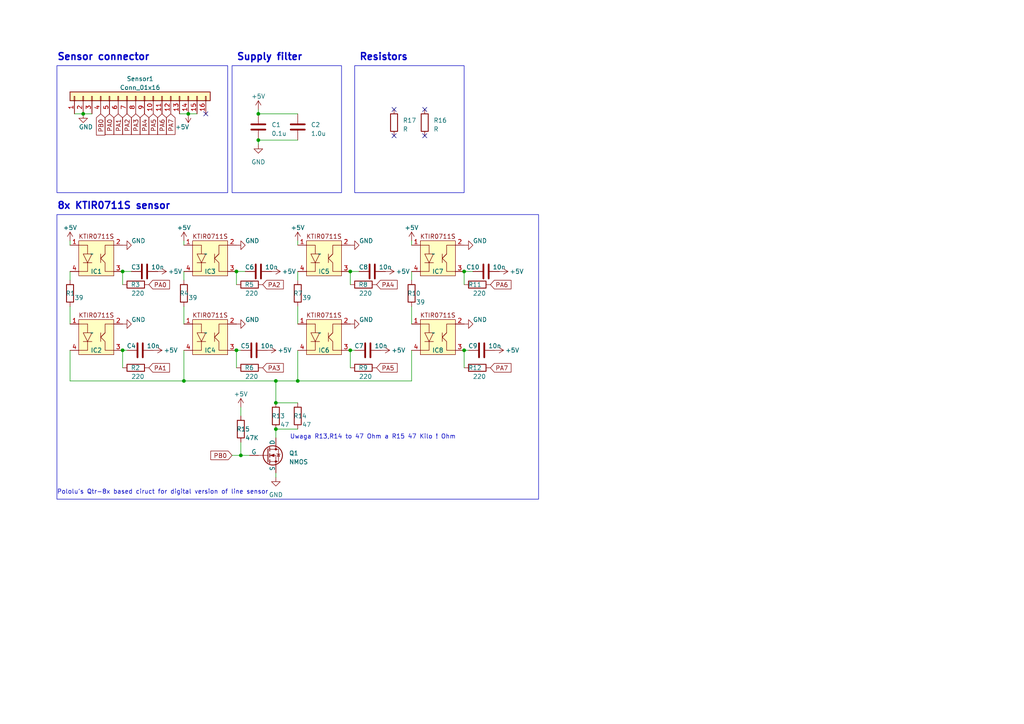
<source format=kicad_sch>
(kicad_sch (version 20230121) (generator eeschema)
  (paper "A4")
  (lib_symbols
    (symbol "Connector_Generic:Conn_01x16" (pin_names (offset 1.016) hide)
      (property "Reference" "J" (at 0 20.32 0))
      (property "Value" "Conn_01x16" (at 0 -22.86 0))
      (symbol "Conn_01x16_1_1"
        (rectangle (start -1.27 -20.193) (end 0 -20.447) (stroke (width 0.1524)))
        (rectangle (start -1.27 -17.653) (end 0 -17.907) (stroke (width 0.1524)))
        (rectangle (start -1.27 -15.113) (end 0 -15.367) (stroke (width 0.1524)))
        (rectangle (start -1.27 -12.573) (end 0 -12.827) (stroke (width 0.1524)))
        (rectangle (start -1.27 -10.033) (end 0 -10.287) (stroke (width 0.1524)))
        (rectangle (start -1.27 -7.493) (end 0 -7.747) (stroke (width 0.1524)))
        (rectangle (start -1.27 -4.953) (end 0 -5.207) (stroke (width 0.1524)))
        (rectangle (start -1.27 -2.413) (end 0 -2.667) (stroke (width 0.1524)))
        (rectangle (start -1.27 0.127) (end 0 -0.127) (stroke (width 0.1524)))
        (rectangle (start -1.27 2.667) (end 0 2.413) (stroke (width 0.1524)))
        (rectangle (start -1.27 5.207) (end 0 4.953) (stroke (width 0.1524)))
        (rectangle (start -1.27 7.747) (end 0 7.493) (stroke (width 0.1524)))
        (rectangle (start -1.27 10.287) (end 0 10.033) (stroke (width 0.1524)))
        (rectangle (start -1.27 12.827) (end 0 12.573) (stroke (width 0.1524)))
        (rectangle (start -1.27 15.367) (end 0 15.113) (stroke (width 0.1524)))
        (rectangle (start -1.27 17.907) (end 0 17.653) (stroke (width 0.1524)))
        (rectangle (start -1.27 19.05) (end 1.27 -21.59) (stroke (width 0.254)) (fill (type background)))
        (pin passive line (at -5.08 17.78 0) (length 3.81) (name "Pin_1") (number "1"))
        (pin passive line (at -5.08 -5.08 0) (length 3.81) (name "Pin_10") (number "10"))
        (pin passive line (at -5.08 -7.62 0) (length 3.81) (name "Pin_11") (number "11"))
        (pin passive line (at -5.08 -10.16 0) (length 3.81) (name "Pin_12") (number "12"))
        (pin passive line (at -5.08 -12.7 0) (length 3.81) (name "Pin_13") (number "13"))
        (pin passive line (at -5.08 -15.24 0) (length 3.81) (name "Pin_14") (number "14"))
        (pin passive line (at -5.08 -17.78 0) (length 3.81) (name "Pin_15") (number "15"))
        (pin passive line (at -5.08 -20.32 0) (length 3.81) (name "Pin_16") (number "16"))
        (pin passive line (at -5.08 15.24 0) (length 3.81) (name "Pin_2") (number "2"))
        (pin passive line (at -5.08 12.7 0) (length 3.81) (name "Pin_3") (number "3"))
        (pin passive line (at -5.08 10.16 0) (length 3.81) (name "Pin_4") (number "4"))
        (pin passive line (at -5.08 7.62 0) (length 3.81) (name "Pin_5") (number "5"))
        (pin passive line (at -5.08 5.08 0) (length 3.81) (name "Pin_6") (number "6"))
        (pin passive line (at -5.08 2.54 0) (length 3.81) (name "Pin_7") (number "7"))
        (pin passive line (at -5.08 0 0) (length 3.81) (name "Pin_8") (number "8"))
        (pin passive line (at -5.08 -2.54 0) (length 3.81) (name "Pin_9") (number "9"))
      )
    )
    (symbol "Device:C" (pin_numbers hide) (pin_names (offset 0.254))
      (property "Reference" "C" (at 0.635 2.54 0))
      (property "Value" "C" (at 0.635 -2.54 0))
      (symbol "C_0_1"
        (polyline (pts (xy -2.032 -0.762) (xy 2.032 -0.762)) (stroke (width 0.508)))
        (polyline (pts (xy -2.032 0.762) (xy 2.032 0.762)) (stroke (width 0.508)))
      )
      (symbol "C_1_1"
        (pin passive line (at 0 3.81 270) (length 2.794) (name "~") (number "1"))
        (pin passive line (at 0 -3.81 90) (length 2.794) (name "~") (number "2"))
      )
    )
    (symbol "Device:R" (pin_numbers hide) (pin_names (offset 0))
      (property "Reference" "R" (at 2.032 0 90))
      (property "Value" "R" (at 0 0 90))
      (symbol "R_0_1"
        (rectangle (start -1.016 -2.54) (end 1.016 2.54) (stroke (width 0.254)))
      )
      (symbol "R_1_1"
        (pin passive line (at 0 3.81 270) (length 1.27) (name "~") (number "1"))
        (pin passive line (at 0 -3.81 90) (length 1.27) (name "~") (number "2"))
      )
    )
    (symbol "Sensor_KTIR0711S:KTIR0711S"
      (property "Reference" "IC" (at 1.27 2.54 0))
      (symbol "KTIR0711S_1_1"
        (rectangle (start -3.81 3.81) (end 6.35 -6.35) (fill (type background)))
        (polyline (pts (xy -3.81 -5.08) (xy -1.27 -5.08)))
        (polyline (pts (xy -3.81 2.54) (xy -1.27 2.54)))
        (polyline (pts (xy 2.54 -1.27) (xy 2.54 0) (xy 2.54 -2.54) (xy 2.54 -1.27) (xy 3.81 0)))
        (polyline (pts (xy 6.35 -5.08) (xy 3.81 -5.08) (xy 3.81 -2.54) (xy 2.54 -1.27) (xy 3.81 0) (xy 3.81 2.54) (xy 6.35 2.54)))
        (polyline (pts (xy -1.27 2.54) (xy -1.27 0) (xy -2.54 0) (xy 0 0) (xy -1.27 -2.54) (xy -2.54 0) (xy -1.27 -2.54) (xy -2.54 -2.54) (xy 0 -2.54) (xy -1.27 -2.54) (xy -1.27 -5.08)))
        (text "KTIR0711S" (at 1.27 5.08 0) (effects (font (size 1.27 1.27))))
        (pin input line (at -6.35 2.54 0) (length 2.54) (name "") (number "1"))
        (pin input line (at 8.89 2.54 180) (length 2.54) (name "") (number "2"))
        (pin input line (at 8.89 -5.08 180) (length 2.54) (name "") (number "3"))
        (pin input line (at -6.35 -5.08 0) (length 2.54) (name "") (number "4"))
      )
    )
    (symbol "Simulation_SPICE:NMOS" (pin_numbers hide) (pin_names (offset 0))
      (property "Reference" "Q" (at 5.08 1.27 0))
      (property "Value" "NMOS" (at 5.08 -1.27 0))
      (symbol "NMOS_0_1"
        (polyline (pts (xy 0.254 0) (xy -2.54 0)))
        (polyline (pts (xy 0.254 1.905) (xy 0.254 -1.905)) (stroke (width 0.254)))
        (polyline (pts (xy 0.762 -1.27) (xy 0.762 -2.286)) (stroke (width 0.254)))
        (polyline (pts (xy 0.762 0.508) (xy 0.762 -0.508)) (stroke (width 0.254)))
        (polyline (pts (xy 0.762 2.286) (xy 0.762 1.27)) (stroke (width 0.254)))
        (polyline (pts (xy 2.54 2.54) (xy 2.54 1.778)))
        (polyline (pts (xy 2.54 -2.54) (xy 2.54 0) (xy 0.762 0)))
        (polyline (pts (xy 0.762 -1.778) (xy 3.302 -1.778) (xy 3.302 1.778) (xy 0.762 1.778)))
        (polyline (pts (xy 1.016 0) (xy 2.032 0.381) (xy 2.032 -0.381) (xy 1.016 0)) (fill (type outline)))
        (polyline (pts (xy 2.794 0.508) (xy 2.921 0.381) (xy 3.683 0.381) (xy 3.81 0.254)))
        (polyline (pts (xy 3.302 0.381) (xy 2.921 -0.254) (xy 3.683 -0.254) (xy 3.302 0.381)))
        (circle (center 1.651 0) (radius 2.794) (stroke (width 0.254)))
        (circle (center 2.54 -1.778) (radius 0.254) (fill (type outline)))
        (circle (center 2.54 1.778) (radius 0.254) (fill (type outline)))
      )
      (symbol "NMOS_1_1"
        (pin passive line (at 2.54 5.08 270) (length 2.54) (name "D") (number "1"))
        (pin input line (at -5.08 0 0) (length 2.54) (name "G") (number "2"))
        (pin passive line (at 2.54 -5.08 90) (length 2.54) (name "S") (number "3"))
      )
    )
    (symbol "power:+5V" (power) (pin_names (offset 0))
      (property "Value" "+5V" (at 0 3.556 0))
      (symbol "+5V_0_1"
        (polyline (pts (xy -0.762 1.27) (xy 0 2.54)))
        (polyline (pts (xy 0 0) (xy 0 2.54)))
        (polyline (pts (xy 0 2.54) (xy 0.762 1.27)))
      )
      (symbol "+5V_1_1"
        (pin power_in line (at 0 0 90) (length 0) hide (name "+5V") (number "1"))
      )
    )
    (symbol "power:GND" (power) (pin_names (offset 0))
      (property "Value" "GND" (at 0 -3.81 0))
      (symbol "GND_0_1"
        (polyline (pts (xy 0 0) (xy 0 -1.27) (xy 1.27 -1.27) (xy 0 -2.54) (xy -1.27 -1.27) (xy 0 -1.27)))
      )
      (symbol "GND_1_1"
        (pin power_in line (at 0 0 270) (length 0) hide (name "GND") (number "1"))
      )
    )
  )
  (junction (at 80.01 110.49))
  (junction (at 80.01 124.46))
  (junction (at 86.36 110.49))
  (junction (at 101.6 101.6))
  (junction (at 35.56 78.74))
  (junction (at 134.62 101.6))
  (junction (at 35.56 101.6))
  (junction (at 68.58 101.6))
  (junction (at 74.93 40.64))
  (junction (at 74.93 33.02))
  (junction (at 80.01 116.84))
  (junction (at 54.61 33.02))
  (junction (at 53.34 110.49))
  (junction (at 68.58 78.74))
  (junction (at 101.6 78.74))
  (junction (at 69.85 132.08))
  (junction (at 24.13 33.02))
  (junction (at 134.62 78.74))
  (no_connect (at 59.69 33.02))
  (no_connect (at 123.19 39.37))
  (no_connect (at 114.3 31.75))
  (no_connect (at 114.3 39.37))
  (no_connect (at 123.19 31.75))
  (wire (pts (xy 119.38 110.49) (xy 86.36 110.49)))
  (wire (pts (xy 68.58 106.68) (xy 68.58 101.6)))
  (wire (pts (xy 57.15 33.02) (xy 54.61 33.02)))
  (wire (pts (xy 35.56 78.74) (xy 38.1 78.74)))
  (wire (pts (xy 101.6 78.74) (xy 104.14 78.74)))
  (wire (pts (xy 86.36 101.6) (xy 86.36 110.49)))
  (wire (pts (xy 68.58 78.74) (xy 71.12 78.74)))
  (wire (pts (xy 67.31 132.08) (xy 69.85 132.08)))
  (wire (pts (xy 35.56 82.55) (xy 35.56 78.74)))
  (wire (pts (xy 53.34 88.9) (xy 53.34 93.98)))
  (wire (pts (xy 80.01 138.43) (xy 80.01 137.16)))
  (wire (pts (xy 69.85 118.11) (xy 69.85 120.65)))
  (wire (pts (xy 53.34 101.6) (xy 53.34 110.49)))
  (wire (pts (xy 26.67 33.02) (xy 24.13 33.02)))
  (wire (pts (xy 69.85 101.6) (xy 68.58 101.6)))
  (wire (pts (xy 53.34 69.85) (xy 53.34 71.12)))
  (wire (pts (xy 119.38 88.9) (xy 119.38 93.98)))
  (wire (pts (xy 119.38 78.74) (xy 119.38 81.28)))
  (wire (pts (xy 74.93 31.75) (xy 74.93 33.02)))
  (wire (pts (xy 20.32 110.49) (xy 53.34 110.49)))
  (wire (pts (xy 80.01 116.84) (xy 86.36 116.84)))
  (wire (pts (xy 134.62 78.74) (xy 137.16 78.74)))
  (wire (pts (xy 20.32 78.74) (xy 20.32 81.28)))
  (wire (pts (xy 74.93 33.02) (xy 86.36 33.02)))
  (wire (pts (xy 86.36 69.85) (xy 86.36 71.12)))
  (wire (pts (xy 86.36 88.9) (xy 86.36 93.98)))
  (wire (pts (xy 69.85 132.08) (xy 72.39 132.08)))
  (wire (pts (xy 74.93 40.64) (xy 86.36 40.64)))
  (wire (pts (xy 20.32 88.9) (xy 20.32 93.98)))
  (wire (pts (xy 86.36 78.74) (xy 86.36 81.28)))
  (wire (pts (xy 80.01 124.46) (xy 80.01 127)))
  (wire (pts (xy 68.58 82.55) (xy 68.58 78.74)))
  (wire (pts (xy 80.01 110.49) (xy 80.01 116.84)))
  (wire (pts (xy 53.34 78.74) (xy 53.34 81.28)))
  (wire (pts (xy 35.56 106.68) (xy 35.56 101.6)))
  (wire (pts (xy 53.34 110.49) (xy 80.01 110.49)))
  (wire (pts (xy 52.07 33.02) (xy 54.61 33.02)))
  (wire (pts (xy 86.36 110.49) (xy 80.01 110.49)))
  (wire (pts (xy 36.83 101.6) (xy 35.56 101.6)))
  (wire (pts (xy 101.6 82.55) (xy 101.6 78.74)))
  (wire (pts (xy 135.89 101.6) (xy 134.62 101.6)))
  (wire (pts (xy 69.85 128.27) (xy 69.85 132.08)))
  (wire (pts (xy 74.93 40.64) (xy 74.93 41.91)))
  (wire (pts (xy 21.59 33.02) (xy 24.13 33.02)))
  (wire (pts (xy 119.38 69.85) (xy 119.38 71.12)))
  (wire (pts (xy 20.32 69.85) (xy 20.32 71.12)))
  (wire (pts (xy 20.32 101.6) (xy 20.32 110.49)))
  (wire (pts (xy 134.62 82.55) (xy 134.62 78.74)))
  (wire (pts (xy 102.87 101.6) (xy 101.6 101.6)))
  (wire (pts (xy 119.38 101.6) (xy 119.38 110.49)))
  (wire (pts (xy 134.62 106.68) (xy 134.62 101.6)))
  (wire (pts (xy 101.6 106.68) (xy 101.6 101.6)))
  (wire (pts (xy 80.01 124.46) (xy 86.36 124.46)))
  (rectangle (start 67.31 19.05) (end 99.06 55.88))
  (rectangle (start 16.51 62.23) (end 156.21 144.78))
  (rectangle (start 16.51 19.05) (end 66.04 55.88))
  (rectangle (start 102.87 19.05) (end 134.62 55.88))
  (text "Uwaga R13,R14 to 47 Ohm a R15 47 Kilo ! Ohm" (at 84.074 127.508 0) (effects (font (size 1.27 1.27)) (justify left bottom)))
  (text "Sensor connector" (at 16.51 17.78 0) (effects (font (size 2.0066 2.0066) (thickness 0.4013) bold) (justify left bottom)))
  (text "8x KTIR0711S sensor" (at 16.51 60.96 0) (effects (font (size 2.0066 2.0066) (thickness 0.4013) bold) (justify left bottom)))
  (text "Supply filter" (at 68.58 17.78 0) (effects (font (size 2.0066 2.0066) (thickness 0.4013) bold) (justify left bottom)))
  (text "Resistors" (at 104.14 17.78 0) (effects (font (size 2.0066 2.0066) (thickness 0.4013) bold) (justify left bottom)))
  (text "Pololu's Qtr-8x based ciruct for digital version of line sensor" (at 16.51 143.51 0) (effects (font (size 1.27 1.27)) (justify left bottom)))
  (global_label "PA0" (shape input) (at 31.75 33.02 270) (property "Intersheetrefs" "${INTERSHEET_REFS}" (effects hide)))
  (global_label "PA7" (shape input) (at 49.53 33.02 270) (property "Intersheetrefs" "${INTERSHEET_REFS}" (effects hide)))
  (global_label "PA5" (shape input) (at 109.22 106.68 0) (property "Intersheetrefs" "${INTERSHEET_REFS}" (effects hide)))
  (global_label "PA6" (shape input) (at 46.99 33.02 270) (property "Intersheetrefs" "${INTERSHEET_REFS}" (effects hide)))
  (global_label "PA3" (shape input) (at 39.37 33.02 270) (property "Intersheetrefs" "${INTERSHEET_REFS}" (effects hide)))
  (global_label "PA2" (shape input) (at 36.83 33.02 270) (property "Intersheetrefs" "${INTERSHEET_REFS}" (effects hide)))
  (global_label "PA3" (shape input) (at 76.2 106.68 0) (property "Intersheetrefs" "${INTERSHEET_REFS}" (effects hide)))
  (global_label "PA4" (shape input) (at 41.91 33.02 270) (property "Intersheetrefs" "${INTERSHEET_REFS}" (effects hide)))
  (global_label "PB0" (shape input) (at 67.31 132.08 180) (property "Intersheetrefs" "${INTERSHEET_REFS}" (effects hide)))
  (global_label "PA0" (shape input) (at 43.18 82.55 0) (property "Intersheetrefs" "${INTERSHEET_REFS}" (effects hide)))
  (global_label "PA1" (shape input) (at 43.18 106.68 0) (property "Intersheetrefs" "${INTERSHEET_REFS}" (effects hide)))
  (global_label "PA6" (shape input) (at 142.24 82.55 0) (property "Intersheetrefs" "${INTERSHEET_REFS}" (effects hide)))
  (global_label "PA7" (shape input) (at 142.24 106.68 0) (property "Intersheetrefs" "${INTERSHEET_REFS}" (effects hide)))
  (global_label "PA2" (shape input) (at 76.2 82.55 0) (property "Intersheetrefs" "${INTERSHEET_REFS}" (effects hide)))
  (global_label "PB0" (shape input) (at 29.21 33.02 270) (property "Intersheetrefs" "${INTERSHEET_REFS}" (effects hide)))
  (global_label "PA5" (shape input) (at 44.45 33.02 270) (property "Intersheetrefs" "${INTERSHEET_REFS}" (effects hide)))
  (global_label "PA1" (shape input) (at 34.29 33.02 270) (property "Intersheetrefs" "${INTERSHEET_REFS}" (effects hide)))
  (global_label "PA4" (shape input) (at 109.22 82.55 0) (property "Intersheetrefs" "${INTERSHEET_REFS}" (effects hide)))
  (symbol (lib_id "power:+5V") (at 69.85 118.11 0) (unit 1)
    (property "Reference" "#PWR025" (effects hide))
    (property "Value" "+5V" (at 69.85 114.3 0))
  )
  (symbol (lib_id "Connector_Generic:Conn_01x16") (at 39.37 27.94 90) (unit 1)
    (property "Reference" "Sensor1" (at 40.64 22.86 90))
    (property "Value" "Conn_01x16" (at 40.64 25.4 90))
    (property "Footprint" "Connector_FFC-FPC:Molex_200528-0160_1x16-1MP_P1.00mm_Horizontal" (effects hide))
  )
  (symbol (lib_id "Sensor_KTIR0711S:KTIR0711S") (at 26.67 96.52 0) (unit 1)
    (property "Reference" "IC2" (at 27.94 101.6 0))
    (property "Value" "~" (at 26.67 96.52 0))
    (property "Footprint" "Sensor_Optical:KTIR0711S" (effects hide))
  )
  (symbol (lib_id "Device:R") (at 39.37 82.55 90) (unit 1)
    (property "Reference" "R3" (at 40.64 82.55 90) (effects (justify left)))
    (property "Value" "220" (at 41.91 85.09 90) (effects (justify left)))
    (property "Footprint" "Resistor_SMD:R_0603_1608Metric" (effects hide))
  )
  (symbol (lib_id "Sensor_KTIR0711S:KTIR0711S") (at 59.69 96.52 0) (unit 1)
    (property "Reference" "IC4" (at 60.96 101.6 0))
    (property "Value" "~" (at 59.69 96.52 0))
    (property "Footprint" "Sensor_Optical:KTIR0711S" (effects hide))
  )
  (symbol (lib_id "power:+5V") (at 143.51 101.6 270) (unit 1)
    (property "Reference" "#PWR023" (effects hide))
    (property "Value" "+5V" (at 148.59 101.6 90))
  )
  (symbol (lib_id "Device:R") (at 105.41 82.55 90) (unit 1)
    (property "Reference" "R8" (at 106.68 82.55 90) (effects (justify left)))
    (property "Value" "220" (at 107.95 85.09 90) (effects (justify left)))
    (property "Footprint" "Resistor_SMD:R_0603_1608Metric" (effects hide))
  )
  (symbol (lib_id "Device:C") (at 86.36 36.83 0) (unit 1)
    (property "Reference" "C2" (at 90.17 36.195 0) (effects (justify left)))
    (property "Value" "1.0u" (at 90.17 38.735 0) (effects (justify left)))
    (property "Footprint" "Capacitor_SMD:C_0603_1608Metric" (effects hide))
  )
  (symbol (lib_id "Device:R") (at 123.19 35.56 0) (unit 1)
    (property "Reference" "R16" (at 125.73 34.925 0) (effects (justify left)))
    (property "Value" "R" (at 125.73 37.465 0) (effects (justify left)))
    (property "Footprint" "Resistor_THT:R_Axial_DIN0207_L6.3mm_D2.5mm_P7.62mm_Horizontal" (effects hide))
  )
  (symbol (lib_id "power:GND") (at 101.6 71.12 90) (unit 1)
    (property "Reference" "#PWR016" (effects hide))
    (property "Value" "GND" (at 104.14 69.85 90) (effects (justify right)))
  )
  (symbol (lib_id "Device:R") (at 72.39 82.55 90) (unit 1)
    (property "Reference" "R5" (at 73.66 82.55 90) (effects (justify left)))
    (property "Value" "220" (at 74.93 85.09 90) (effects (justify left)))
    (property "Footprint" "Resistor_SMD:R_0603_1608Metric" (effects hide))
  )
  (symbol (lib_id "power:+5V") (at 144.78 78.74 270) (unit 1)
    (property "Reference" "#PWR024" (effects hide))
    (property "Value" "+5V" (at 149.86 78.74 90))
  )
  (symbol (lib_id "Device:R") (at 53.34 85.09 0) (unit 1)
    (property "Reference" "R4" (at 52.07 85.09 0) (effects (justify left)))
    (property "Value" "39" (at 54.61 86.36 0) (effects (justify left)))
    (property "Footprint" "Resistor_SMD:R_0603_1608Metric" (effects hide))
  )
  (symbol (lib_id "power:+5V") (at 54.61 33.02 180) (unit 1)
    (property "Reference" "#PWR03" (effects hide))
    (property "Value" "+5V" (at 50.8 36.83 0) (effects (justify right)))
  )
  (symbol (lib_id "power:GND") (at 68.58 71.12 90) (unit 1)
    (property "Reference" "#PWR011" (effects hide))
    (property "Value" "GND" (at 71.12 69.85 90) (effects (justify right)))
  )
  (symbol (lib_id "Device:R") (at 69.85 124.46 0) (unit 1)
    (property "Reference" "R15" (at 68.58 124.46 0) (effects (justify left)))
    (property "Value" "47K" (at 71.12 127 0) (effects (justify left)))
    (property "Footprint" "Resistor_SMD:R_0603_1608Metric" (effects hide))
  )
  (symbol (lib_id "power:GND") (at 101.6 93.98 90) (unit 1)
    (property "Reference" "#PWR017" (effects hide))
    (property "Value" "GND" (at 104.14 92.71 90) (effects (justify right)))
  )
  (symbol (lib_id "power:GND") (at 74.93 41.91 0) (unit 1)
    (property "Reference" "#PWR01" (effects hide))
    (property "Value" "GND" (at 74.93 46.99 0))
  )
  (symbol (lib_id "power:GND") (at 134.62 71.12 90) (unit 1)
    (property "Reference" "#PWR021" (effects hide))
    (property "Value" "GND" (at 137.16 69.85 90) (effects (justify right)))
  )
  (symbol (lib_id "power:GND") (at 68.58 93.98 90) (unit 1)
    (property "Reference" "#PWR012" (effects hide))
    (property "Value" "GND" (at 71.12 92.71 90) (effects (justify right)))
  )
  (symbol (lib_id "Device:R") (at 86.36 85.09 0) (unit 1)
    (property "Reference" "R7" (at 85.09 85.09 0) (effects (justify left)))
    (property "Value" "39" (at 87.63 86.36 0) (effects (justify left)))
    (property "Footprint" "Resistor_SMD:R_0603_1608Metric" (effects hide))
  )
  (symbol (lib_id "Device:C") (at 74.93 36.83 0) (unit 1)
    (property "Reference" "C1" (at 78.74 36.195 0) (effects (justify left)))
    (property "Value" "0.1u" (at 78.74 38.735 0) (effects (justify left)))
    (property "Footprint" "Capacitor_SMD:C_0603_1608Metric" (effects hide))
  )
  (symbol (lib_id "power:+5V") (at 110.49 101.6 270) (unit 1)
    (property "Reference" "#PWR018" (effects hide))
    (property "Value" "+5V" (at 115.57 101.6 90))
  )
  (symbol (lib_id "Device:R") (at 20.32 85.09 0) (unit 1)
    (property "Reference" "R1" (at 19.05 85.09 0) (effects (justify left)))
    (property "Value" "39" (at 21.59 86.36 0) (effects (justify left)))
    (property "Footprint" "Resistor_SMD:R_0603_1608Metric" (effects hide))
  )
  (symbol (lib_id "Device:C") (at 106.68 101.6 90) (unit 1)
    (property "Reference" "C7" (at 104.14 100.33 90))
    (property "Value" "10n" (at 110.49 100.33 90))
    (property "Footprint" "Capacitor_SMD:C_0603_1608Metric" (effects hide))
  )
  (symbol (lib_id "Device:R") (at 105.41 106.68 90) (unit 1)
    (property "Reference" "R9" (at 106.68 106.68 90) (effects (justify left)))
    (property "Value" "220" (at 107.95 109.22 90) (effects (justify left)))
    (property "Footprint" "Resistor_SMD:R_0603_1608Metric" (effects hide))
  )
  (symbol (lib_id "power:+5V") (at 78.74 78.74 270) (unit 1)
    (property "Reference" "#PWR014" (effects hide))
    (property "Value" "+5V" (at 83.82 78.74 90))
  )
  (symbol (lib_id "power:+5V") (at 111.76 78.74 270) (unit 1)
    (property "Reference" "#PWR019" (effects hide))
    (property "Value" "+5V" (at 116.84 78.74 90))
  )
  (symbol (lib_id "power:GND") (at 35.56 71.12 90) (unit 1)
    (property "Reference" "#PWR08" (effects hide))
    (property "Value" "GND" (at 38.1 69.85 90) (effects (justify right)))
  )
  (symbol (lib_id "Sensor_KTIR0711S:KTIR0711S") (at 125.73 96.52 0) (unit 1)
    (property "Reference" "IC8" (at 127 101.6 0))
    (property "Value" "~" (at 125.73 96.52 0))
    (property "Footprint" "Sensor_Optical:KTIR0711S" (effects hide))
  )
  (symbol (lib_id "Device:R") (at 86.36 120.65 0) (unit 1)
    (property "Reference" "R14" (at 85.09 120.65 0) (effects (justify left)))
    (property "Value" "47" (at 87.63 123.19 0) (effects (justify left)))
    (property "Footprint" "Resistor_SMD:R_0603_1608Metric" (effects hide))
  )
  (symbol (lib_id "power:+5V") (at 77.47 101.6 270) (unit 1)
    (property "Reference" "#PWR013" (effects hide))
    (property "Value" "+5V" (at 82.55 101.6 90))
  )
  (symbol (lib_id "Device:R") (at 80.01 120.65 0) (unit 1)
    (property "Reference" "R13" (at 78.74 120.65 0) (effects (justify left)))
    (property "Value" "47" (at 81.28 123.19 0) (effects (justify left)))
    (property "Footprint" "Resistor_SMD:R_0603_1608Metric" (effects hide))
  )
  (symbol (lib_id "Sensor_KTIR0711S:KTIR0711S") (at 92.71 96.52 0) (unit 1)
    (property "Reference" "IC6" (at 93.98 101.6 0))
    (property "Value" "~" (at 92.71 96.52 0))
    (property "Footprint" "Sensor_Optical:KTIR0711S" (effects hide))
  )
  (symbol (lib_id "Sensor_KTIR0711S:KTIR0711S") (at 125.73 73.66 0) (unit 1)
    (property "Reference" "IC7" (at 127 78.74 0))
    (property "Value" "~" (at 125.73 73.66 0))
    (property "Footprint" "Sensor_Optical:KTIR0711S" (effects hide))
  )
  (symbol (lib_id "Device:C") (at 140.97 78.74 90) (unit 1)
    (property "Reference" "C10" (at 137.16 77.47 90))
    (property "Value" "10n" (at 144.78 77.47 90))
    (property "Footprint" "Capacitor_SMD:C_0603_1608Metric" (effects hide))
  )
  (symbol (lib_id "power:+5V") (at 44.45 101.6 270) (unit 1)
    (property "Reference" "#PWR09" (effects hide))
    (property "Value" "+5V" (at 49.53 101.6 90))
  )
  (symbol (lib_id "Device:R") (at 138.43 106.68 90) (unit 1)
    (property "Reference" "R12" (at 139.7 106.68 90) (effects (justify left)))
    (property "Value" "220" (at 140.97 109.22 90) (effects (justify left)))
    (property "Footprint" "Resistor_SMD:R_0603_1608Metric" (effects hide))
  )
  (symbol (lib_id "power:GND") (at 134.62 93.98 90) (unit 1)
    (property "Reference" "#PWR022" (effects hide))
    (property "Value" "GND" (at 137.16 92.71 90) (effects (justify right)))
  )
  (symbol (lib_id "Device:C") (at 107.95 78.74 90) (unit 1)
    (property "Reference" "C8" (at 105.41 77.47 90))
    (property "Value" "10n" (at 111.76 77.47 90))
    (property "Footprint" "Capacitor_SMD:C_0603_1608Metric" (effects hide))
  )
  (symbol (lib_id "Sensor_KTIR0711S:KTIR0711S") (at 59.69 73.66 0) (unit 1)
    (property "Reference" "IC3" (at 60.96 78.74 0))
    (property "Value" "~" (at 59.69 73.66 0))
    (property "Footprint" "Sensor_Optical:KTIR0711S" (effects hide))
  )
  (symbol (lib_id "Device:R") (at 114.3 35.56 0) (unit 1)
    (property "Reference" "R17" (at 116.84 34.925 0) (effects (justify left)))
    (property "Value" "R" (at 116.84 37.465 0) (effects (justify left)))
    (property "Footprint" "Resistor_THT:R_Axial_DIN0207_L6.3mm_D2.5mm_P7.62mm_Horizontal" (effects hide))
  )
  (symbol (lib_id "Device:R") (at 39.37 106.68 90) (unit 1)
    (property "Reference" "R2" (at 40.64 106.68 90) (effects (justify left)))
    (property "Value" "220" (at 41.91 109.22 90) (effects (justify left)))
    (property "Footprint" "Resistor_SMD:R_0603_1608Metric" (effects hide))
  )
  (symbol (lib_id "power:+5V") (at 119.38 69.85 0) (unit 1)
    (property "Reference" "#PWR020" (effects hide))
    (property "Value" "+5V" (at 119.38 66.04 0))
  )
  (symbol (lib_id "power:+5V") (at 20.32 69.85 0) (unit 1)
    (property "Reference" "#PWR05" (effects hide))
    (property "Value" "+5V" (at 20.32 66.04 0))
  )
  (symbol (lib_id "Device:C") (at 139.7 101.6 90) (unit 1)
    (property "Reference" "C9" (at 137.16 100.33 90))
    (property "Value" "10n" (at 143.51 100.33 90))
    (property "Footprint" "Capacitor_SMD:C_0603_1608Metric" (effects hide))
  )
  (symbol (lib_id "Sensor_KTIR0711S:KTIR0711S") (at 26.67 73.66 0) (unit 1)
    (property "Reference" "IC1" (at 27.94 78.74 0))
    (property "Value" "~" (at 26.67 73.66 0))
    (property "Footprint" "Sensor_Optical:KTIR0711S" (effects hide))
  )
  (symbol (lib_id "Device:C") (at 40.64 101.6 90) (unit 1)
    (property "Reference" "C4" (at 38.1 100.33 90))
    (property "Value" "10n" (at 44.45 100.33 90))
    (property "Footprint" "Capacitor_SMD:C_0603_1608Metric" (effects hide))
  )
  (symbol (lib_id "Device:C") (at 41.91 78.74 90) (unit 1)
    (property "Reference" "C3" (at 39.37 77.47 90))
    (property "Value" "10n" (at 45.72 77.47 90))
    (property "Footprint" "Capacitor_SMD:C_0603_1608Metric" (effects hide))
  )
  (symbol (lib_id "power:GND") (at 80.01 138.43 0) (unit 1)
    (property "Reference" "#PWR026" (effects hide))
    (property "Value" "GND" (at 80.01 143.51 0))
  )
  (symbol (lib_id "power:+5V") (at 53.34 69.85 0) (unit 1)
    (property "Reference" "#PWR06" (effects hide))
    (property "Value" "+5V" (at 53.34 66.04 0))
  )
  (symbol (lib_id "power:+5V") (at 45.72 78.74 270) (unit 1)
    (property "Reference" "#PWR07" (effects hide))
    (property "Value" "+5V" (at 50.8 78.74 90))
  )
  (symbol (lib_id "Device:C") (at 74.93 78.74 90) (unit 1)
    (property "Reference" "C6" (at 72.39 77.47 90))
    (property "Value" "10n" (at 78.74 77.47 90))
    (property "Footprint" "Capacitor_SMD:C_0603_1608Metric" (effects hide))
  )
  (symbol (lib_id "Device:R") (at 72.39 106.68 90) (unit 1)
    (property "Reference" "R6" (at 73.66 106.68 90) (effects (justify left)))
    (property "Value" "220" (at 74.93 109.22 90) (effects (justify left)))
    (property "Footprint" "Resistor_SMD:R_0603_1608Metric" (effects hide))
  )
  (symbol (lib_id "power:+5V") (at 74.93 31.75 0) (unit 1)
    (property "Reference" "#PWR02" (effects hide))
    (property "Value" "+5V" (at 74.93 27.94 0))
  )
  (symbol (lib_id "Simulation_SPICE:NMOS") (at 77.47 132.08 0) (unit 1)
    (property "Reference" "Q1" (at 83.82 131.445 0) (effects (justify left)))
    (property "Value" "NMOS" (at 83.82 133.985 0) (effects (justify left)))
    (property "Footprint" "NMOS_new:NMOS_SN" (effects hide))
    (property "Datasheet" "https://ngspice.sourceforge.io/docs/ngspice-manual.pdf" (effects hide))
    (property "Sim.Device" "NMOS" (effects hide))
    (property "Sim.Type" "VDMOS" (effects hide))
    (property "Sim.Pins" "1=G 2=S 3=D" (effects hide))
  )
  (symbol (lib_id "Device:R") (at 138.43 82.55 90) (unit 1)
    (property "Reference" "R11" (at 139.7 82.55 90) (effects (justify left)))
    (property "Value" "220" (at 140.97 85.09 90) (effects (justify left)))
    (property "Footprint" "Resistor_SMD:R_0603_1608Metric" (effects hide))
  )
  (symbol (lib_id "Device:R") (at 119.38 85.09 0) (unit 1)
    (property "Reference" "R10" (at 118.11 85.09 0) (effects (justify left)))
    (property "Value" "39" (at 120.65 87.63 0) (effects (justify left)))
    (property "Footprint" "Resistor_SMD:R_0603_1608Metric" (effects hide))
  )
  (symbol (lib_id "power:GND") (at 24.13 33.02 0) (unit 1)
    (property "Reference" "#PWR04" (effects hide))
    (property "Value" "GND" (at 22.86 36.83 0) (effects (justify left)))
  )
  (symbol (lib_id "Sensor_KTIR0711S:KTIR0711S") (at 92.71 73.66 0) (unit 1)
    (property "Reference" "IC5" (at 93.98 78.74 0))
    (property "Value" "~" (at 92.71 73.66 0))
    (property "Footprint" "Sensor_Optical:KTIR0711S" (effects hide))
  )
  (symbol (lib_id "power:GND") (at 35.56 93.98 90) (unit 1)
    (property "Reference" "#PWR010" (effects hide))
    (property "Value" "GND" (at 38.1 92.71 90) (effects (justify right)))
  )
  (symbol (lib_id "Device:C") (at 73.66 101.6 90) (unit 1)
    (property "Reference" "C5" (at 71.12 100.33 90))
    (property "Value" "10n" (at 77.47 100.33 90))
    (property "Footprint" "Capacitor_SMD:C_0603_1608Metric" (effects hide))
  )
  (symbol (lib_id "power:+5V") (at 86.36 69.85 0) (unit 1)
    (property "Reference" "#PWR015" (effects hide))
    (property "Value" "+5V" (at 86.36 66.04 0))
  )
)
</source>
